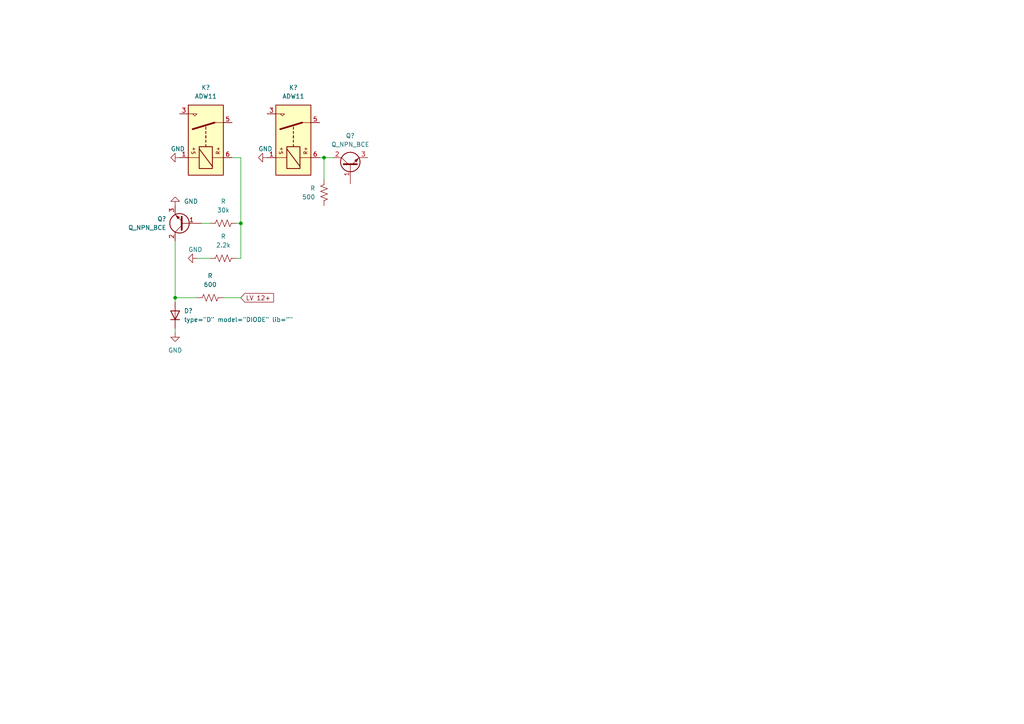
<source format=kicad_sch>
(kicad_sch (version 20211123) (generator eeschema)
  (paper "A4")
  (lib_symbols
    (symbol "Device:Q_NPN_BCE" (pin_names (offset 0) hide)
      (property "Reference" "Q" (at 5.08 1.27 0))
      (property "Value" "Q_NPN_BCE" (at 5.08 -1.27 0))
      (symbol "Q_NPN_BCE_0_1"
        (polyline (pts (xy 0.635 0.635) (xy 2.54 2.54)))
        (polyline (pts (xy 0.635 -0.635) (xy 2.54 -2.54) (xy 2.54 -2.54)))
        (polyline (pts (xy 0.635 1.905) (xy 0.635 -1.905) (xy 0.635 -1.905)) (stroke (width 0.508)))
        (polyline (pts (xy 1.27 -1.778) (xy 1.778 -1.27) (xy 2.286 -2.286) (xy 1.27 -1.778) (xy 1.27 -1.778)) (fill (type outline)))
        (circle (center 1.27 0) (radius 2.8194) (stroke (width 0.254)))
      )
      (symbol "Q_NPN_BCE_1_1"
        (pin input line (at -5.08 0 0) (length 5.715) (name "B") (number "1"))
        (pin passive line (at 2.54 5.08 270) (length 2.54) (name "C") (number "2"))
        (pin passive line (at 2.54 -5.08 90) (length 2.54) (name "E") (number "3"))
      )
    )
    (symbol "Device:R_US" (pin_numbers hide) (pin_names (offset 0))
      (property "Reference" "R" (at 2.54 0 90))
      (property "Value" "R_US" (at -2.54 0 90))
      (symbol "R_US_0_1"
        (polyline (pts (xy 0 -2.286) (xy 0 -2.54)))
        (polyline (pts (xy 0 2.286) (xy 0 2.54)))
        (polyline (pts (xy 0 -0.762) (xy 1.016 -1.143) (xy 0 -1.524) (xy -1.016 -1.905) (xy 0 -2.286)))
        (polyline (pts (xy 0 0.762) (xy 1.016 0.381) (xy 0 0) (xy -1.016 -0.381) (xy 0 -0.762)))
        (polyline (pts (xy 0 2.286) (xy 1.016 1.905) (xy 0 1.524) (xy -1.016 1.143) (xy 0 0.762)))
      )
      (symbol "R_US_1_1"
        (pin passive line (at 0 3.81 270) (length 1.27) (name "~") (number "1"))
        (pin passive line (at 0 -3.81 90) (length 1.27) (name "~") (number "2"))
      )
    )
    (symbol "Relay:ADW11"
      (property "Reference" "K" (at 11.43 3.81 0))
      (property "Value" "ADW11" (at 13.97 1.27 0))
      (symbol "ADW11_1_1"
        (rectangle (start -10.16 5.08) (end 10.16 -5.08) (stroke (width 0.254)) (fill (type background)))
        (rectangle (start -8.255 1.905) (end -1.905 -1.905) (stroke (width 0.254)))
        (polyline (pts (xy -7.62 -1.905) (xy -2.54 1.905)) (stroke (width 0.254)))
        (polyline (pts (xy -5.08 -5.08) (xy -5.08 -1.905)))
        (polyline (pts (xy -5.08 5.08) (xy -5.08 1.905)))
        (polyline (pts (xy -1.905 0) (xy -1.27 0)) (stroke (width 0.254)))
        (polyline (pts (xy -0.635 0) (xy 0 0)) (stroke (width 0.254)))
        (polyline (pts (xy 0.635 0) (xy 1.27 0)) (stroke (width 0.254)))
        (polyline (pts (xy 0.635 0) (xy 1.27 0)) (stroke (width 0.254)))
        (polyline (pts (xy 1.905 0) (xy 2.54 0)) (stroke (width 0.254)))
        (polyline (pts (xy 3.175 0) (xy 3.81 0)) (stroke (width 0.254)))
        (polyline (pts (xy 5.08 -2.54) (xy 3.175 3.81)) (stroke (width 0.508)))
        (polyline (pts (xy 5.08 -2.54) (xy 5.08 -5.08)))
        (polyline (pts (xy 7.62 3.81) (xy 7.62 5.08)))
        (polyline (pts (xy 7.62 3.81) (xy 7.62 2.54) (xy 6.985 3.175) (xy 7.62 3.81)))
        (text "R+" (at -3.048 -3.556 0) (effects (font (size 1.016 1.016))))
        (text "S+" (at -3.048 3.556 0) (effects (font (size 1.016 1.016))))
        (pin passive line (at -5.08 7.62 270) (length 2.54) (name "~") (number "1"))
        (pin passive line (at 7.62 7.62 270) (length 2.54) (name "~") (number "3"))
        (pin passive line (at 5.08 -7.62 90) (length 2.54) (name "~") (number "5"))
        (pin passive line (at -5.08 -7.62 90) (length 2.54) (name "~") (number "6"))
      )
    )
    (symbol "Simulation_SPICE:DIODE" (pin_numbers hide) (pin_names (offset 1.016) hide)
      (property "Reference" "D" (at 0 2.54 0))
      (property "Value" "DIODE" (at 0 -2.54 0))
      (symbol "DIODE_0_1"
        (polyline (pts (xy 1.27 0) (xy -1.27 0)))
        (polyline (pts (xy 1.27 1.27) (xy 1.27 -1.27)) (stroke (width 0.254)))
        (polyline (pts (xy -1.27 -1.27) (xy -1.27 1.27) (xy 1.27 0) (xy -1.27 -1.27)) (stroke (width 0.254)))
      )
      (symbol "DIODE_1_1"
        (pin passive line (at -3.81 0 0) (length 2.54) (name "A") (number "1"))
        (pin passive line (at 3.81 0 180) (length 2.54) (name "K") (number "2"))
      )
    )
    (symbol "power:GND" (power) (pin_names (offset 0))
      (property "Value" "GND" (at 0 -3.81 0))
      (symbol "GND_0_1"
        (polyline (pts (xy 0 0) (xy 0 -1.27) (xy 1.27 -1.27) (xy 0 -2.54) (xy -1.27 -1.27) (xy 0 -1.27)))
      )
      (symbol "GND_1_1"
        (pin power_in line (at 0 0 270) (length 0) hide (name "GND") (number "1"))
      )
    )
  )
  (junction (at 50.8 86.36))
  (junction (at 93.98 45.72))
  (junction (at 69.85 64.77))
  (wire (pts (xy 67.31 45.72) (xy 69.85 45.72)))
  (wire (pts (xy 93.98 45.72) (xy 92.71 45.72)))
  (wire (pts (xy 93.98 52.07) (xy 93.98 45.72)))
  (wire (pts (xy 58.42 64.77) (xy 60.96 64.77)))
  (wire (pts (xy 69.85 45.72) (xy 69.85 64.77)))
  (wire (pts (xy 69.85 64.77) (xy 68.58 64.77)))
  (wire (pts (xy 93.98 45.72) (xy 96.52 45.72)))
  (wire (pts (xy 57.15 74.93) (xy 60.96 74.93)))
  (wire (pts (xy 50.8 86.36) (xy 50.8 87.63)))
  (wire (pts (xy 50.8 86.36) (xy 57.15 86.36)))
  (wire (pts (xy 64.77 86.36) (xy 69.85 86.36)))
  (wire (pts (xy 68.58 74.93) (xy 69.85 74.93)))
  (wire (pts (xy 50.8 95.25) (xy 50.8 96.52)))
  (wire (pts (xy 50.8 69.85) (xy 50.8 86.36)))
  (wire (pts (xy 69.85 64.77) (xy 69.85 74.93)))
  (global_label "LV 12+" (shape input) (at 69.85 86.36 0) (property "Intersheet References" "${INTERSHEET_REFS}" (effects hide)))
  (symbol (lib_id "power:GND") (at 57.15 74.93 270) (unit 1)
    (property "Reference" "#PWR?" (effects hide))
    (property "Value" "GND" (at 54.61 72.39 90) (effects (justify left)))
  )
  (symbol (lib_id "power:GND") (at 50.8 96.52 0) (unit 1)
    (property "Reference" "#PWR?" (effects hide))
    (property "Value" "GND" (at 50.8 101.6 0))
  )
  (symbol (lib_id "power:GND") (at 77.47 45.72 270) (unit 1)
    (property "Reference" "#PWR?" (effects hide))
    (property "Value" "GND" (at 74.93 43.18 90) (effects (justify left)))
  )
  (symbol (lib_id "Device:R_US") (at 64.77 64.77 90) (unit 1)
    (property "Reference" "R" (at 64.77 58.42 90))
    (property "Value" "30k" (at 64.77 60.96 90))
  )
  (symbol (lib_id "Device:Q_NPN_BCE") (at 53.34 64.77 180) (unit 1)
    (property "Reference" "Q?" (at 48.26 63.4999 0) (effects (justify left)))
    (property "Value" "Q_NPN_BCE" (at 48.26 66.0399 0) (effects (justify left)))
  )
  (symbol (lib_id "Device:R_US") (at 93.98 55.88 0) (mirror x) (unit 1)
    (property "Reference" "R" (at 91.44 54.6099 0) (effects (justify right)))
    (property "Value" "500" (at 91.44 57.1499 0) (effects (justify right)))
  )
  (symbol (lib_id "Relay:ADW11") (at 85.09 40.64 90) (unit 1)
    (property "Reference" "K?" (at 85.09 25.4 90))
    (property "Value" "ADW11" (at 85.09 27.94 90))
    (property "Footprint" "Relay_THT:Relay_1P1T_NO_10x24x18.8mm_Panasonic_ADW11xxxxW_THT" (effects hide))
    (property "Datasheet" "https://www.panasonic-electric-works.com/pew/es/downloads/ds_dw_hl_en.pdf" (effects hide))
  )
  (symbol (lib_id "Relay:ADW11") (at 59.69 40.64 90) (unit 1)
    (property "Reference" "K?" (at 59.69 25.4 90))
    (property "Value" "ADW11" (at 59.69 27.94 90))
    (property "Footprint" "Relay_THT:Relay_1P1T_NO_10x24x18.8mm_Panasonic_ADW11xxxxW_THT" (effects hide))
    (property "Datasheet" "https://www.panasonic-electric-works.com/pew/es/downloads/ds_dw_hl_en.pdf" (effects hide))
  )
  (symbol (lib_id "Device:Q_NPN_BCE") (at 101.6 48.26 90) (unit 1)
    (property "Reference" "Q?" (at 101.6 39.37 90))
    (property "Value" "Q_NPN_BCE" (at 101.6 41.91 90))
  )
  (symbol (lib_id "Simulation_SPICE:DIODE") (at 50.8 91.44 270) (unit 1)
    (property "Reference" "D?" (at 53.34 90.1699 90) (effects (justify left)))
    (property "Value" "DIODE" (at 53.34 92.7099 90) (effects (justify left)))
    (property "Spice_Netlist_Enabled" "Y" (effects hide))
    (property "Spice_Primitive" "D" (effects hide))
  )
  (symbol (lib_id "power:GND") (at 50.8 59.69 180) (unit 1)
    (property "Reference" "#PWR?" (effects hide))
    (property "Value" "GND" (at 53.34 58.4199 0) (effects (justify right)))
  )
  (symbol (lib_id "Device:R_US") (at 60.96 86.36 90) (unit 1)
    (property "Reference" "R" (at 60.96 80.01 90))
    (property "Value" "600" (at 60.96 82.55 90))
  )
  (symbol (lib_id "power:GND") (at 52.07 45.72 270) (unit 1)
    (property "Reference" "#PWR?" (effects hide))
    (property "Value" "GND" (at 49.53 43.18 90) (effects (justify left)))
  )
  (symbol (lib_id "Device:R_US") (at 64.77 74.93 90) (unit 1)
    (property "Reference" "R" (at 64.77 68.58 90))
    (property "Value" "2.2k" (at 64.77 71.12 90))
  )
)
</source>
